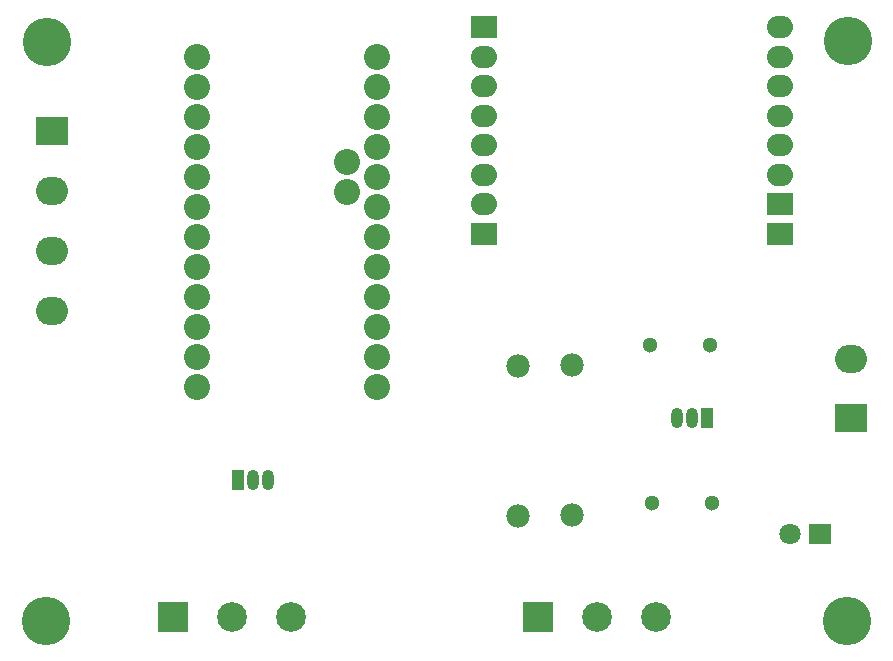
<source format=gts>
G04 Layer: TopSolderMaskLayer*
G04 EasyEDA v6.5.47, 2024-09-23 12:58:21*
G04 38ad9990bc604fb2ba1212fbd044b429,455023a0ac88494abd61f565c8365122,10*
G04 Gerber Generator version 0.2*
G04 Scale: 100 percent, Rotated: No, Reflected: No *
G04 Dimensions in millimeters *
G04 leading zeros omitted , absolute positions ,4 integer and 5 decimal *
%FSLAX45Y45*%
%MOMM*%

%AMMACRO1*4,1,8,-1.2921,-1.2016,-1.3516,-1.1421,-1.3516,1.1421,-1.2921,1.2016,1.2921,1.2016,1.3516,1.1421,1.3516,-1.1421,1.2921,-1.2016,-1.2921,-1.2016,0*%
%AMMACRO2*4,1,8,-1.2276,-1.2573,-1.2573,-1.2275,-1.2573,1.2276,-1.2276,1.2573,1.2275,1.2573,1.2573,1.2276,1.2573,-1.2275,1.2275,-1.2573,-1.2276,-1.2573,0*%
%AMMACRO3*4,1,8,-1.0711,-0.9508,-1.1008,-0.921,-1.1008,0.9211,-1.0711,0.9508,1.071,0.9508,1.1008,0.9211,1.1008,-0.921,1.071,-0.9508,-1.0711,-0.9508,0*%
%AMMACRO4*4,1,8,-0.4711,-0.8508,-0.5008,-0.821,-0.5008,0.8211,-0.4711,0.8508,0.471,0.8508,0.5008,0.8211,0.5008,-0.821,0.471,-0.8508,-0.4711,-0.8508,0*%
%AMMACRO5*4,1,8,-0.8711,-0.8382,-0.9008,-0.8084,-0.9008,0.8085,-0.8711,0.8382,0.871,0.8382,0.9008,0.8085,0.9008,-0.8084,0.871,-0.8382,-0.8711,-0.8382,0*%
%ADD10MACRO1*%
%ADD11O,2.703195X2.4031956000000005*%
%ADD12MACRO2*%
%ADD13C,2.5146*%
%ADD14C,1.9812*%
%ADD15C,1.3000*%
%ADD16MACRO3*%
%ADD17O,2.2015958X1.9015964*%
%ADD18MACRO4*%
%ADD19O,1.0015981999999999X1.7015968*%
%ADD20C,2.2032*%
%ADD21MACRO5*%
%ADD22C,1.8016*%
%ADD23C,4.1016*%

%LPD*%
D10*
G01*
X1384300Y5664200D03*
D11*
G01*
X1384300Y5156200D03*
G01*
X1384300Y4648200D03*
G01*
X1384300Y4140200D03*
D12*
G01*
X2413000Y1549400D03*
D13*
G01*
X2912999Y1549400D03*
G01*
X3412997Y1549400D03*
D12*
G01*
X5499100Y1549400D03*
D13*
G01*
X5999099Y1549400D03*
G01*
X6499097Y1549400D03*
D10*
G01*
X8153400Y3229610D03*
D11*
G01*
X8153400Y3729989D03*
D14*
G01*
X5334000Y3670300D03*
G01*
X5334000Y2400300D03*
G01*
X5791200Y2413000D03*
G01*
X5791200Y3683000D03*
D15*
G01*
X6972300Y2514600D03*
G01*
X6464300Y2514600D03*
G01*
X6451600Y3848100D03*
G01*
X6959600Y3848100D03*
D16*
G01*
X7549196Y5039199D03*
D17*
G01*
X7549184Y5289194D03*
G01*
X7549184Y5539206D03*
D16*
G01*
X7549196Y4789200D03*
D17*
G01*
X7549184Y5789193D03*
G01*
X7549184Y6039205D03*
G01*
X7549184Y6289192D03*
G01*
X7549184Y6539204D03*
D16*
G01*
X5049201Y4789200D03*
D17*
G01*
X5049189Y5039207D03*
G01*
X5049189Y5289194D03*
G01*
X5049189Y5539206D03*
G01*
X5049189Y5789193D03*
G01*
X5049189Y6039205D03*
G01*
X5049189Y6289192D03*
D16*
G01*
X5049201Y6539196D03*
D18*
G01*
X6931205Y3233961D03*
D19*
G01*
X6804202Y3233978D03*
G01*
X6677202Y3233978D03*
G01*
X3213100Y2705100D03*
G01*
X3086100Y2705100D03*
D18*
G01*
X2959101Y2705100D03*
D20*
G01*
X4140200Y4508500D03*
G01*
X4140200Y4762500D03*
G01*
X4140200Y5016500D03*
G01*
X4140200Y5270500D03*
G01*
X3886200Y5143500D03*
G01*
X3886200Y5397500D03*
G01*
X2616200Y5270500D03*
G01*
X2616200Y5016500D03*
G01*
X2616200Y4762500D03*
G01*
X2616200Y4508500D03*
G01*
X2616200Y4254500D03*
G01*
X2616200Y4000500D03*
G01*
X2616200Y3746500D03*
G01*
X2616200Y3492500D03*
G01*
X4140200Y3492500D03*
G01*
X4140200Y3746500D03*
G01*
X4140200Y4000500D03*
G01*
X4140200Y4254500D03*
G01*
X2616200Y5524500D03*
G01*
X4140200Y6032500D03*
G01*
X4140200Y6286500D03*
G01*
X4140200Y5778500D03*
G01*
X2616200Y5778500D03*
G01*
X2616200Y6032500D03*
G01*
X2616200Y6286500D03*
G01*
X4140200Y5524500D03*
D21*
G01*
X7886698Y2247900D03*
D22*
G01*
X7632700Y2247900D03*
D23*
G01*
X1346200Y6413500D03*
G01*
X8128000Y6426200D03*
G01*
X8115300Y1511300D03*
G01*
X1333500Y1511300D03*
M02*

</source>
